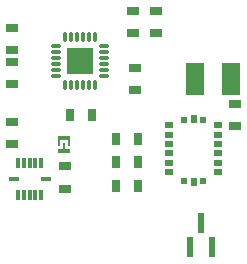
<source format=gtp>
%FSLAX44Y44*%
%MOMM*%
G71*
G01*
G75*
G04 Layer_Color=8421504*
%ADD10R,0.7000X1.0000*%
%ADD11R,0.6000X1.8000*%
%ADD12R,1.5000X2.8000*%
%ADD13R,1.0000X0.7000*%
%ADD14R,0.5700X0.5700*%
%ADD15R,0.4700X0.6700*%
%ADD16R,0.6700X0.5500*%
%ADD17O,0.3000X0.9000*%
%ADD18O,0.9000X0.3000*%
%ADD19R,2.3000X2.3000*%
%ADD20R,0.2000X0.6000*%
%ADD21R,1.0000X0.3000*%
%ADD22R,0.9000X0.3200*%
%ADD23R,0.3000X0.9000*%
%ADD24C,0.2000*%
%ADD25R,1.5000X1.5000*%
%ADD26C,1.5000*%
%ADD27C,5.0000*%
%ADD28C,1.0000*%
%ADD29C,0.2500*%
%ADD30C,0.1000*%
%ADD31C,0.2540*%
%ADD32C,0.0010*%
%ADD33C,0.2032*%
D10*
X1883460Y311170D02*
D03*
X1902460D02*
D03*
X1844700Y371090D02*
D03*
X1863700D02*
D03*
X1883460Y331370D02*
D03*
X1902460D02*
D03*
Y350800D02*
D03*
X1883460D02*
D03*
D11*
X1946300Y259240D02*
D03*
X1965300D02*
D03*
X1955800Y279240D02*
D03*
D12*
X1950460Y401320D02*
D03*
X1981460D02*
D03*
D13*
X1984780Y361340D02*
D03*
Y380340D02*
D03*
X1900170Y410820D02*
D03*
Y391820D02*
D03*
X1795610Y444900D02*
D03*
Y425900D02*
D03*
X1795708Y396900D02*
D03*
Y415900D02*
D03*
X1840656Y308516D02*
D03*
Y327516D02*
D03*
X1795610Y365260D02*
D03*
Y346260D02*
D03*
X1917860Y440480D02*
D03*
Y459480D02*
D03*
X1898380Y440480D02*
D03*
Y459480D02*
D03*
D14*
X1941570Y315342D02*
D03*
X1957570D02*
D03*
X1941570Y366638D02*
D03*
X1957570D02*
D03*
D15*
X1949570Y314552D02*
D03*
Y367428D02*
D03*
D16*
X1970280Y362320D02*
D03*
Y354423D02*
D03*
Y346526D02*
D03*
Y338629D02*
D03*
Y330732D02*
D03*
Y322835D02*
D03*
X1928870D02*
D03*
Y330732D02*
D03*
Y338629D02*
D03*
Y346526D02*
D03*
Y354423D02*
D03*
Y362320D02*
D03*
D17*
X1865740Y437500D02*
D03*
X1860740D02*
D03*
X1855740D02*
D03*
X1850740D02*
D03*
X1845740D02*
D03*
X1840740D02*
D03*
Y396500D02*
D03*
X1845740D02*
D03*
X1850740D02*
D03*
X1855740D02*
D03*
X1860740D02*
D03*
X1865740D02*
D03*
D18*
X1832740Y429500D02*
D03*
Y424500D02*
D03*
Y419500D02*
D03*
Y414500D02*
D03*
Y409500D02*
D03*
Y404500D02*
D03*
X1873740D02*
D03*
Y409500D02*
D03*
Y414500D02*
D03*
Y419500D02*
D03*
Y424500D02*
D03*
Y429500D02*
D03*
D19*
X1853240Y417000D02*
D03*
D20*
X1843710Y347020D02*
D03*
X1835710D02*
D03*
X1839710Y345020D02*
D03*
D21*
Y340520D02*
D03*
Y351520D02*
D03*
D22*
X1824180Y317000D02*
D03*
X1797180D02*
D03*
D23*
X1800680Y330500D02*
D03*
X1805680D02*
D03*
X1815680D02*
D03*
X1820680D02*
D03*
Y303500D02*
D03*
X1815680D02*
D03*
X1810680D02*
D03*
X1805680D02*
D03*
X1800680D02*
D03*
X1810680Y330500D02*
D03*
M02*

</source>
